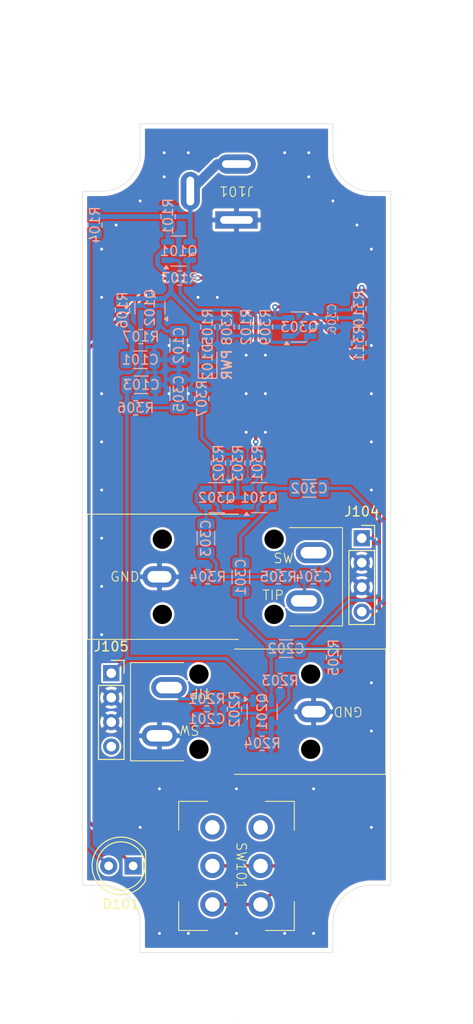
<source format=kicad_pcb>
(kicad_pcb (version 20241229) (generator "pcbnew") (generator_version "9.0")
  (layers (0 "F.Cu" jumper) (2 "B.Cu" signal) (13 "F.Paste" user) (15 "B.Paste" user) (5 "F.SilkS" user "F.Silkscreen") (7 "B.SilkS" user "B.Silkscreen") (1 "F.Mask" user) (3 "B.Mask" user) (25 "Edge.Cuts" user))
  (property "TOPLEVEL" "${KIPRJMOD}/../../")
  (net 0 "")
  (net 1 "VIN")
  (net 2 "GND")
  (net 3 "IN^{EFF}")
  (net 4 "IN^{CONN}")
  (net 5 "OUT^{CONN}")
  (net 6 "PWRIN")
  (net 7 "Net-(C101-Pad1)")
  (net 8 "Net-(Q301A-D)")
  (net 9 "Net-(Q201A-G)")
  (net 10 "Net-(C303-Pad2)")
  (net 11 "OUT^{EFF}")
  (net 13 "BUFFERED")
  (net 14 "+VA")
  (net 15 "Net-(Q201B-D)")
  (net 16 "Net-(Q201B-S)")
  (net 17 "VBIAS")
  (net 18 "Net-(Q302A-D)")
  (net 19 "Net-(Q301B-D)")
  (net 20 "ON_LOW")
  (net 21 "Net-(Q101B-G)")
  (net 22 "Net-(Q101A-G)")
  (net 23 "GATE")
  (net 24 "Net-(Q301A-S)")
  (net 25 "Net-(Q301B-S)")
  (net 26 "ON_OFF")
  (net 28 "Net-(D101-A)")
  (net 30 "Net-(Q102-B)")
  (net 31 "SW2")
  (net 32 "Net-(Q303A-G)")
  (net 33 "SW1")
  (net 35 "Net-(D102-A)")
  (footprint "Mylib:CK-6.35" (layer "F.Cu") (at 92 104)
    (property "Reference" "J103" (hide yes))
    (property "Value" "AudioJack2_Ground" (hide yes))
    (fp_text user "TIP" (at 13 2.5 0) (layer "F.SilkS") (effects (font (thickness 0.1)) (justify right bottom)))
    (fp_text user "SW" (at 14 -2.5 0) (layer "F.SilkS") (effects (font (thickness 0.1)) (justify right top)))
    (fp_text user "GND" (at -2 0 0) (layer "F.SilkS") (effects (font (thickness 0.1)) (justify right)))
    (pad "" np_thru_hole circle (at 0.3 -3.9) (size 2.54 2.54) (drill 2) (layers "*.Mask"))
    (pad "" np_thru_hole circle (at 0.3 3.9) (size 2.54 2.54) (drill 2) (layers "*.Mask"))
    (pad "" np_thru_hole circle (at 11.9 -3.9) (size 2.54 2.54) (drill 2) (layers "*.Mask"))
    (pad "" np_thru_hole circle (at 11.9 3.9) (size 2.54 2.54) (drill 2) (layers "*.Mask"))
    (pad "G" thru_hole oval (at 0 0) (size 3.5 2.2) (drill oval 2.5 1.2) (layers "*.Cu" "*.Mask") (net 2 "GND"))
    (pad "S" thru_hole oval (at 16 -2.5) (size 3.7 2.2) (drill oval 2.7 1.2) (layers "*.Cu" "*.Mask"))
    (pad "T" thru_hole oval (at 15 2.5) (size 3.7 2.2) (drill oval 2.7 1.2) (layers "*.Cu" "*.Mask") (net 5 "OUT^{CONN}"))
  )
  (footprint "Connector_PinSocket_2.54mm:PinSocket_1x04_P2.54mm_Vertical" (layer "F.Cu") (at 87 114)
    (property "Reference" "J105" (at 0 -2.77 0) (layer "F.SilkS"))
    (property "Value" "Conn_01x04_Pin")
    (pad "1" thru_hole rect (at 0 0) (size 1.7 1.7) (drill 1) (layers "*.Cu" "*.Mask") (net 14 "+VA"))
    (pad "2" thru_hole circle (at 0 2.54) (size 1.7 1.7) (drill 1) (layers "*.Cu" "*.Mask") (net 2 "GND"))
    (pad "3" thru_hole circle (at 0 5.08) (size 1.7 1.7) (drill 1) (layers "*.Cu" "*.Mask") (net 2 "GND"))
    (pad "4" thru_hole circle (at 0 7.62) (size 1.7 1.7) (drill 1) (layers "*.Cu" "*.Mask"))
  )
  (footprint "Connector_PinSocket_2.54mm:PinSocket_1x04_P2.54mm_Vertical" (layer "F.Cu") (at 113 100)
    (property "Reference" "J104" (at 0 -2.77 0) (layer "F.SilkS"))
    (property "Value" "Conn_01x04_Pin")
    (pad "1" thru_hole rect (at 0 0) (size 1.7 1.7) (drill 1) (layers "*.Cu" "*.Mask") (net 3 "IN^{EFF}"))
    (pad "2" thru_hole circle (at 0 2.54) (size 1.7 1.7) (drill 1) (layers "*.Cu" "*.Mask") (net 2 "GND"))
    (pad "3" thru_hole circle (at 0 5.08) (size 1.7 1.7) (drill 1) (layers "*.Cu" "*.Mask") (net 2 "GND"))
    (pad "4" thru_hole circle (at 0 7.62) (size 1.7 1.7) (drill 1) (layers "*.Cu" "*.Mask") (net 11 "OUT^{EFF}"))
  )
  (footprint "Mylib:Wurth WR-DC 2.1mm Power Jack" (layer "F.Cu") (at 100 67 180)
    (property "Reference" "J101" (at 0 3 180) (layer "F.SilkS") (effects (font (thickness 0.1))))
    (property "Value" "Barrel_Jack_Switch")
    (pad "1" thru_hole rect (at 0 0.025 180) (size 4.4 1.8) (drill oval 3.4 0.8) (layers "*.Cu" "*.Mask") (net 2 "GND"))
    (pad "2" thru_hole oval (at 0 5.825 180) (size 4 2) (drill oval 3 0.8) (layers "*.Cu" "*.Mask") (net 6 "PWRIN"))
    (pad "3" thru_hole oval (at 4.8 3.025 180) (size 2 4) (drill oval 0.8 3) (layers "*.Cu" "*.Mask") (net 6 "PWRIN"))
  )
  (footprint "Mylib:FS5700DPMT2B2M2QE" (layer "F.Cu") (at 100 134 -90)
    (property "Reference" "SW101" (at 0 -0.5 270) (layer "F.SilkS") (effects (font (thickness 0.1))))
    (property "Value" "Stomp Switch")
    (pad "1" thru_hole circle (at -4 -2.5 270) (size 2.54 2.54) (drill 1.5) (layers "*.Cu" "*.Mask"))
    (pad "2" thru_hole circle (at 0 -2.5 270) (size 2.54 2.54) (drill 1.5) (layers "*.Cu" "*.Mask") (net 33 "SW1"))
    (pad "3" thru_hole circle (at 4 -2.5 270) (size 2.54 2.54) (drill 1.5) (layers "*.Cu" "*.Mask") (net 31 "SW2"))
    (pad "4" thru_hole circle (at -4 2.5 270) (size 2.54 2.54) (drill 1.5) (layers "*.Cu" "*.Mask"))
    (pad "5" thru_hole circle (at 0 2.5 270) (size 2.54 2.54) (drill 1.5) (layers "*.Cu" "*.Mask") (net 33 "SW1"))
    (pad "6" thru_hole circle (at 4 2.5 270) (size 2.54 2.54) (drill 1.5) (layers "*.Cu" "*.Mask") (net 31 "SW2"))
  )
  (footprint "Mylib:1590A" (layer "F.Cu") (at 100 100)
    (property "Reference" "Box101" (hide yes))
    (property "Value" "1590A")
  )
  (footprint "Mylib:CK-6.35" (layer "F.Cu") (at 108 118 180)
    (property "Reference" "J102" (hide yes))
    (property "Value" "AudioJack2_Ground" (hide yes))
    (fp_text user "GND" (at -2 0 180) (layer "F.SilkS") (effects (font (thickness 0.1)) (justify right)))
    (fp_text user "TIP" (at 13 2.5 180) (layer "F.SilkS") (effects (font (thickness 0.1)) (justify right bottom)))
    (fp_text user "SW" (at 14 -2.5 180) (layer "F.SilkS") (effects (font (thickness 0.1)) (justify right top)))
    (pad "" np_thru_hole circle (at 0.3 -3.9 180) (size 2.54 2.54) (drill 2) (layers "*.Mask"))
    (pad "" np_thru_hole circle (at 0.3 3.9 180) (size 2.54 2.54) (drill 2) (layers "*.Mask"))
    (pad "" np_thru_hole circle (at 11.9 -3.9 180) (size 2.54 2.54) (drill 2) (layers "*.Mask"))
    (pad "" np_thru_hole circle (at 11.9 3.9 180) (size 2.54 2.54) (drill 2) (layers "*.Mask"))
    (pad "G" thru_hole oval (at 0 0 180) (size 3.5 2.2) (drill oval 2.5 1.2) (layers "*.Cu" "*.Mask") (net 2 "GND"))
    (pad "S" thru_hole oval (at 16 -2.5 180) (size 3.7 2.2) (drill oval 2.7 1.2) (layers "*.Cu" "*.Mask") (net 2 "GND"))
    (pad "T" thru_hole oval (at 15 2.5 180) (size 3.7 2.2) (drill oval 2.7 1.2) (layers "*.Cu" "*.Mask") (net 4 "IN^{CONN}"))
  )
  (footprint "LED_THT:LED_D5.0mm" (layer "F.Cu") (at 89.27 134 180)
    (property "Reference" "D101" (at 1.27 -3.96 0) (layer "F.SilkS"))
    (property "Value" "LED")
    (pad "1" thru_hole rect (at 0 0 180) (size 1.8 1.8) (drill 0.9) (layers "*.Cu" "*.Mask") (net 20 "ON_LOW"))
    (pad "2" thru_hole circle (at 2.54 0 180) (size 1.8 1.8) (drill 0.9) (layers "*.Cu" "*.Mask") (net 28 "Net-(D101-A)"))
  )
  (footprint "Package_TO_SOT_SMD:SOT-23-6" (layer "B.Cu") (at 102.66 118 -90)
    (property "Reference" "Q201" (at 0 0 90) (layer "B.SilkS") (effects (justify mirror)))
    (property "Value" "LS844")
    (pad "1" smd roundrect (at -1.1375 0.95 270) (size 1.325 0.6) (layers "B.Cu" "B.Mask" "B.Paste") (net 9 "Net-(Q201A-G)"))
    (pad "2" smd roundrect (at -1.1375 0 270) (size 1.325 0.6) (layers "B.Cu" "B.Mask" "B.Paste") (net 14 "+VA"))
    (pad "3" smd roundrect (at -1.1375 -0.95 270) (size 1.325 0.6) (layers "B.Cu" "B.Mask" "B.Paste") (net 13 "BUFFERED"))
    (pad "4" smd roundrect (at 1.1375 -0.95 270) (size 1.325 0.6) (layers "B.Cu" "B.Mask" "B.Paste") (net 2 "GND"))
    (pad "5" smd roundrect (at 1.1375 0 270) (size 1.325 0.6) (layers "B.Cu" "B.Mask" "B.Paste") (net 15 "Net-(Q201B-D)"))
    (pad "6" smd roundrect (at 1.1375 0.95 270) (size 1.325 0.6) (layers "B.Cu" "B.Mask" "B.Paste") (net 16 "Net-(Q201B-S)"))
  )
  (footprint "Resistor_SMD:R_0805_2012Metric" (layer "B.Cu") (at 90.06 79.08)
    (property "Reference" "R107" (at 0 0 0) (layer "B.SilkS") (effects (justify mirror)))
    (property "Value" "2k2")
    (pad "1" smd roundrect (at -0.9125 0) (size 1.025 1.4) (layers "B.Cu" "B.Mask" "B.Paste") (roundrect_rratio 0.243902) (net 7 "Net-(C101-Pad1)"))
    (pad "2" smd roundrect (at 0.9125 0) (size 1.025 1.4) (layers "B.Cu" "B.Mask" "B.Paste") (roundrect_rratio 0.243902) (net 30 "Net-(Q102-B)"))
  )
  (footprint "Resistor_SMD:R_0805_2012Metric" (layer "B.Cu") (at 102.67 121.28)
    (property "Reference" "R204" (at 0 0 0) (layer "B.SilkS") (effects (justify mirror)))
    (property "Value" "1k5")
    (pad "1" smd roundrect (at -0.9125 0) (size 1.025 1.4) (layers "B.Cu" "B.Mask" "B.Paste") (roundrect_rratio 0.243902) (net 16 "Net-(Q201B-S)"))
    (pad "2" smd roundrect (at 0.9125 0) (size 1.025 1.4) (layers "B.Cu" "B.Mask" "B.Paste") (roundrect_rratio 0.243902) (net 2 "GND"))
  )
  (footprint "Package_TO_SOT_SMD:TSOT-23-6" (layer "B.Cu") (at 94 70.2)
    (property "Reference" "Q101" (at 0 0 0) (layer "B.SilkS") (effects (justify mirror)))
    (property "Value" "DMC3071LVT")
    (pad "1" smd roundrect (at -1.1375 0.95) (size 1.325 0.6) (layers "B.Cu" "B.Mask" "B.Paste") (net 22 "Net-(Q101A-G)"))
    (pad "2" smd roundrect (at -1.1375 0) (size 1.325 0.6) (layers "B.Cu" "B.Mask" "B.Paste") (net 1 "VIN"))
    (pad "3" smd roundrect (at -1.1375 -0.95) (size 1.325 0.6) (layers "B.Cu" "B.Mask" "B.Paste") (net 21 "Net-(Q101B-G)"))
    (pad "4" smd roundrect (at 1.1375 -0.95) (size 1.325 0.6) (layers "B.Cu" "B.Mask" "B.Paste") (net 6 "PWRIN"))
    (pad "5" smd roundrect (at 1.1375 0) (size 1.325 0.6) (layers "B.Cu" "B.Mask" "B.Paste") (net 2 "GND"))
    (pad "6" smd roundrect (at 1.1375 0.95) (size 1.325 0.6) (layers "B.Cu" "B.Mask" "B.Paste") (net 20 "ON_LOW"))
  )
  (footprint "Resistor_SMD:R_0805_2012Metric" (layer "B.Cu") (at 112.71 76.18 -90)
    (property "Reference" "R310" (at 0 0 90) (layer "B.SilkS") (effects (justify mirror)))
    (property "Value" "1MEG")
    (pad "1" smd roundrect (at -0.9125 0 270) (size 1.025 1.4) (layers "B.Cu" "B.Mask" "B.Paste") (roundrect_rratio 0.243902) (net 31 "SW2"))
    (pad "2" smd roundrect (at 0.9125 0 270) (size 1.025 1.4) (layers "B.Cu" "B.Mask" "B.Paste") (roundrect_rratio 0.243902) (net 32 "Net-(Q303A-G)"))
  )
  (footprint "Resistor_SMD:R_0805_2012Metric" (layer "B.Cu") (at 85.3 67.5 -90)
    (property "Reference" "R104" (at 0 0 90) (layer "B.SilkS") (effects (justify mirror)))
    (property "Value" "2k2")
    (pad "1" smd roundrect (at -0.9125 0 270) (size 1.025 1.4) (layers "B.Cu" "B.Mask" "B.Paste") (roundrect_rratio 0.243902) (net 6 "PWRIN"))
    (pad "2" smd roundrect (at 0.9125 0 270) (size 1.025 1.4) (layers "B.Cu" "B.Mask" "B.Paste") (roundrect_rratio 0.243902) (net 28 "Net-(D101-A)"))
  )
  (footprint "Capacitor_SMD:C_1206_3216Metric" (layer "B.Cu") (at 96.82 99.99 -90)
    (property "Reference" "C303" (at 0 0 90) (layer "B.SilkS") (effects (justify mirror)))
    (property "Value" "1uF")
    (pad "1" smd roundrect (at -1.475 0 270) (size 1.15 1.8) (layers "B.Cu" "B.Mask" "B.Paste") (roundrect_rratio 0.217391) (net 18 "Net-(Q302A-D)"))
    (pad "2" smd roundrect (at 1.475 0 270) (size 1.15 1.8) (layers "B.Cu" "B.Mask" "B.Paste") (roundrect_rratio 0.217391) (net 10 "Net-(C303-Pad2)"))
  )
  (footprint "Package_TO_SOT_SMD:SOT-23" (layer "B.Cu") (at 91.01 76.08 90)
    (property "Reference" "Q102" (at 0 0 90) (layer "B.SilkS") (effects (justify mirror)))
    (property "Value" "BC846")
    (pad "1" smd roundrect (at -0.9375 0.95 90) (size 1.475 0.6) (layers "B.Cu" "B.Mask" "B.Paste") (net 30 "Net-(Q102-B)"))
    (pad "2" smd roundrect (at -0.9375 -0.95 90) (size 1.475 0.6) (layers "B.Cu" "B.Mask" "B.Paste") (net 14 "+VA"))
    (pad "3" smd roundrect (at 0.9375 0 90) (size 1.475 0.6) (layers "B.Cu" "B.Mask" "B.Paste") (net 1 "VIN"))
  )
  (footprint "Capacitor_SMD:C_1206_3216Metric" (layer "B.Cu") (at 90.01 81.48)
    (property "Reference" "C101" (at 0 0 0) (layer "B.SilkS") (effects (justify mirror)))
    (property "Value" "10uF")
    (pad "1" smd roundrect (at -1.475 0) (size 1.15 1.8) (layers "B.Cu" "B.Mask" "B.Paste") (roundrect_rratio 0.217391) (net 7 "Net-(C101-Pad1)"))
    (pad "2" smd roundrect (at 1.475 0) (size 1.15 1.8) (layers "B.Cu" "B.Mask" "B.Paste") (roundrect_rratio 0.217391) (net 2 "GND"))
  )
  (footprint "Resistor_SMD:R_0805_2012Metric" (layer "B.Cu") (at 104.52 114.77)
    (property "Reference" "R203" (at 0 0 0) (layer "B.SilkS") (effects (justify mirror)))
    (property "Value" "1k5")
    (pad "1" smd roundrect (at -0.9125 0) (size 1.025 1.4) (layers "B.Cu" "B.Mask" "B.Paste") (roundrect_rratio 0.243902) (net 13 "BUFFERED"))
    (pad "2" smd roundrect (at 0.9125 0) (size 1.025 1.4) (layers "B.Cu" "B.Mask" "B.Paste") (roundrect_rratio 0.243902) (net 15 "Net-(Q201B-D)"))
  )
  (footprint "Resistor_SMD:R_0805_2012Metric" (layer "B.Cu") (at 104.34 104)
    (property "Reference" "R305" (at 0 0 0) (layer "B.SilkS") (effects (justify mirror)))
    (property "Value" "2k2")
    (pad "1" smd roundrect (at -0.9125 0) (size 1.025 1.4) (layers "B.Cu" "B.Mask" "B.Paste") (roundrect_rratio 0.243902) (net 10 "Net-(C303-Pad2)"))
    (pad "2" smd roundrect (at 0.9125 0) (size 1.025 1.4) (layers "B.Cu" "B.Mask" "B.Paste") (roundrect_rratio 0.243902) (net 5 "OUT^{CONN}"))
  )
  (footprint "Capacitor_SMD:C_0805_2012Metric" (layer "B.Cu") (at 96.91 118.75 180)
    (property "Reference" "C201" (at 0 0 0) (layer "B.SilkS") (effects (justify mirror)))
    (property "Value" "150pF")
    (pad "1" smd roundrect (at -0.95 0 180) (size 1 1.45) (layers "B.Cu" "B.Mask" "B.Paste") (net 9 "Net-(Q201A-G)"))
    (pad "2" smd roundrect (at 0.95 0 180) (size 1 1.45) (layers "B.Cu" "B.Mask" "B.Paste") (net 2 "GND"))
  )
  (footprint "Resistor_SMD:R_0805_2012Metric" (layer "B.Cu") (at 99.01 78.08 90)
    (property "Reference" "R308" (at 0 0 90) (layer "B.SilkS") (effects (justify mirror)))
    (property "Value" "22k")
    (pad "1" smd roundrect (at -0.9125 0 90) (size 1.025 1.4) (layers "B.Cu" "B.Mask" "B.Paste") (roundrect_rratio 0.243902) (net 26 "ON_OFF"))
    (pad "2" smd roundrect (at 0.9125 0 90) (size 1.025 1.4) (layers "B.Cu" "B.Mask" "B.Paste") (roundrect_rratio 0.243902) (net 1 "VIN"))
  )
  (footprint "Resistor_SMD:R_0805_2012Metric" (layer "B.Cu") (at 99.79 117.72 -90)
    (property "Reference" "R202" (at 0 0 90) (layer "B.SilkS") (effects (justify mirror)))
    (property "Value" "1MEG")
    (pad "1" smd roundrect (at -0.9125 0 270) (size 1.025 1.4) (layers "B.Cu" "B.Mask" "B.Paste") (roundrect_rratio 0.243902) (net 9 "Net-(Q201A-G)"))
    (pad "2" smd roundrect (at 0.9125 0 270) (size 1.025 1.4) (layers "B.Cu" "B.Mask" "B.Paste") (roundrect_rratio 0.243902) (net 15 "Net-(Q201B-D)"))
  )
  (footprint "Resistor_SMD:R_0805_2012Metric" (layer "B.Cu") (at 92.9 66.63 90)
    (property "Reference" "R101" (at 0 0 90) (layer "B.SilkS") (effects (justify mirror)))
    (property "Value" "100k")
    (pad "1" smd roundrect (at -0.9125 0 90) (size 1.025 1.4) (layers "B.Cu" "B.Mask" "B.Paste") (roundrect_rratio 0.243902) (net 21 "Net-(Q101B-G)"))
    (pad "2" smd roundrect (at 0.9125 0 90) (size 1.025 1.4) (layers "B.Cu" "B.Mask" "B.Paste") (roundrect_rratio 0.243902) (net 2 "GND"))
  )
  (footprint "Resistor_SMD:R_0805_2012Metric" (layer "B.Cu") (at 88.16 76.33 -90)
    (property "Reference" "R106" (at 0 0 90) (layer "B.SilkS") (effects (justify mirror)))
    (property "Value" "2k2")
    (pad "1" smd roundrect (at -0.9125 0 270) (size 1.025 1.4) (layers "B.Cu" "B.Mask" "B.Paste") (roundrect_rratio 0.243902) (net 1 "VIN"))
    (pad "2" smd roundrect (at 0.9125 0 270) (size 1.025 1.4) (layers "B.Cu" "B.Mask" "B.Paste") (roundrect_rratio 0.243902) (net 7 "Net-(C101-Pad1)"))
  )
  (footprint "Resistor_SMD:R_0805_2012Metric" (layer "B.Cu") (at 102.16 92.19 -90)
    (property "Reference" "R301" (at 0 0 90) (layer "B.SilkS") (effects (justify mirror)))
    (property "Value" "10MEG")
    (pad "1" smd roundrect (at -0.9125 0 270) (size 1.025 1.4) (layers "B.Cu" "B.Mask" "B.Paste") (roundrect_rratio 0.243902) (net 20 "ON_LOW"))
    (pad "2" smd roundrect (at 0.9125 0 270) (size 1.025 1.4) (layers "B.Cu" "B.Mask" "B.Paste") (roundrect_rratio 0.243902) (net 23 "GATE"))
  )
  (footprint "Capacitor_SMD:C_0805_2012Metric" (layer "B.Cu") (at 108 104)
    (property "Reference" "C304" (at 0 0 0) (layer "B.SilkS") (effects (justify mirror)))
    (property "Value" "220pF")
    (pad "1" smd roundrect (at -0.95 0) (size 1 1.45) (layers "B.Cu" "B.Mask" "B.Paste") (net 5 "OUT^{CONN}"))
    (pad "2" smd roundrect (at 0.95 0) (size 1 1.45) (layers "B.Cu" "B.Mask" "B.Paste") (net 2 "GND"))
  )
  (footprint "Resistor_SMD:R_0805_2012Metric" (layer "B.Cu") (at 97 104)
    (property "Reference" "R304" (at 0 0 0) (layer "B.SilkS") (effects (justify mirror)))
    (property "Value" "1MEG")
    (pad "1" smd roundrect (at -0.9125 0) (size 1.025 1.4) (layers "B.Cu" "B.Mask" "B.Paste") (roundrect_rratio 0.243902) (net 2 "GND"))
    (pad "2" smd roundrect (at 0.9125 0) (size 1.025 1.4) (layers "B.Cu" "B.Mask" "B.Paste") (roundrect_rratio 0.243902) (net 10 "Net-(C303-Pad2)"))
  )
  (footprint "Capacitor_SMD:C_1206_3216Metric" (layer "B.Cu") (at 107.54 94.83 180)
    (property "Reference" "C302" (at 0 0 0) (layer "B.SilkS") (effects (justify mirror)))
    (property "Value" "1uF")
    (pad "1" smd roundrect (at -1.475 0 180) (size 1.15 1.8) (layers "B.Cu" "B.Mask" "B.Paste") (roundrect_rratio 0.217391) (net 11 "OUT^{EFF}"))
    (pad "2" smd roundrect (at 1.475 0 180) (size 1.15 1.8) (layers "B.Cu" "B.Mask" "B.Paste") (roundrect_rratio 0.217391) (net 19 "Net-(Q301B-D)"))
  )
  (footprint "Resistor_SMD:R_0805_2012Metric" (layer "B.Cu") (at 98.13 92.19 90)
    (property "Reference" "R302" (at 0 0 90) (layer "B.SilkS") (effects (justify mirror)))
    (property "Value" "1MEG")
    (pad "1" smd roundrect (at -0.9125 0 90) (size 1.025 1.4) (layers "B.Cu" "B.Mask" "B.Paste") (roundrect_rratio 0.243902) (net 24 "Net-(Q301A-S)"))
    (pad "2" smd roundrect (at 0.9125 0 90) (size 1.025 1.4) (layers "B.Cu" "B.Mask" "B.Paste") (roundrect_rratio 0.243902) (net 17 "VBIAS"))
  )
  (footprint "Capacitor_SMD:C_1206_3216Metric" (layer "B.Cu") (at 90.11 84.08)
    (property "Reference" "C103" (at 0 0 0) (layer "B.SilkS") (effects (justify mirror)))
    (property "Value" "10uF")
    (pad "1" smd roundrect (at -1.475 0) (size 1.15 1.8) (layers "B.Cu" "B.Mask" "B.Paste") (roundrect_rratio 0.217391) (net 14 "+VA"))
    (pad "2" smd roundrect (at 1.475 0) (size 1.15 1.8) (layers "B.Cu" "B.Mask" "B.Paste") (roundrect_rratio 0.217391) (net 2 "GND"))
  )
  (footprint "Package_TO_SOT_SMD:TSOT-23-6" (layer "B.Cu") (at 102.3475 95.79)
    (property "Reference" "Q301" (at 0 0 0) (layer "B.SilkS") (effects (justify mirror)))
    (property "Value" "DMC3071LVT")
    (pad "1" smd roundrect (at -1.1375 0.95) (size 1.325 0.6) (layers "B.Cu" "B.Mask" "B.Paste") (net 23 "GATE"))
    (pad "2" smd roundrect (at -1.1375 0) (size 1.325 0.6) (layers "B.Cu" "B.Mask" "B.Paste") (net 25 "Net-(Q301B-S)"))
    (pad "3" smd roundrect (at -1.1375 -0.95) (size 1.325 0.6) (layers "B.Cu" "B.Mask" "B.Paste") (net 23 "GATE"))
    (pad "4" smd roundrect (at 1.1375 -0.95) (size 1.325 0.6) (layers "B.Cu" "B.Mask" "B.Paste") (net 19 "Net-(Q301B-D)"))
    (pad "5" smd roundrect (at 1.1375 0) (size 1.325 0.6) (layers "B.Cu" "B.Mask" "B.Paste") (net 24 "Net-(Q301A-S)"))
    (pad "6" smd roundrect (at 1.1375 0.95) (size 1.325 0.6) (layers "B.Cu" "B.Mask" "B.Paste") (net 8 "Net-(Q301A-D)"))
  )
  (footprint "Package_TO_SOT_SMD:TSOT-23-6" (layer "B.Cu") (at 106.51 78.08)
    (property "Reference" "Q303" (at 0 0 0) (layer "B.SilkS") (effects (justify mirror)))
    (property "Value" "DMC3071LVT")
    (pad "1" smd roundrect (at -1.1375 0.95) (size 1.325 0.6) (layers "B.Cu" "B.Mask" "B.Paste") (net 32 "Net-(Q303A-G)"))
    (pad "2" smd roundrect (at -1.1375 0) (size 1.325 0.6) (layers "B.Cu" "B.Mask" "B.Paste") (net 1 "VIN"))
    (pad "3" smd roundrect (at -1.1375 -0.95) (size 1.325 0.6) (layers "B.Cu" "B.Mask" "B.Paste") (net 33 "SW1"))
    (pad "4" smd roundrect (at 1.1375 -0.95) (size 1.325 0.6) (layers "B.Cu" "B.Mask" "B.Paste") (net 32 "Net-(Q303A-G)"))
    (pad "5" smd roundrect (at 1.1375 0) (size 1.325 0.6) (layers "B.Cu" "B.Mask" "B.Paste") (net 2 "GND"))
    (pad "6" smd roundrect (at 1.1375 0.95) (size 1.325 0.6) (layers "B.Cu" "B.Mask" "B.Paste") (net 26 "ON_OFF"))
  )
  (footprint "Package_TO_SOT_SMD:TSOT-23-6" (layer "B.Cu") (at 97.9475 95.79 180)
    (property "Reference" "Q302" (at 0 0 0) (layer "B.SilkS") (effects (justify mirror)))
    (property "Value" "DMC3071LVT")
    (pad "1" smd roundrect (at -1.1375 0.95 180) (size 1.325 0.6) (layers "B.Cu" "B.Mask" "B.Paste") (net 23 "GATE"))
    (pad "2" smd roundrect (at -1.1375 0 180) (size 1.325 0.6) (layers "B.Cu" "B.Mask" "B.Paste") (net 25 "Net-(Q301B-S)"))
    (pad "3" smd roundrect (at -1.1375 -0.95 180) (size 1.325 0.6) (layers "B.Cu" "B.Mask" "B.Paste") (net 23 "GATE"))
    (pad "4" smd roundrect (at 1.1375 -0.95 180) (size 1.325 0.6) (layers "B.Cu" "B.Mask" "B.Paste") (net 18 "Net-(Q302A-D)"))
    (pad "5" smd roundrect (at 1.1375 0 180) (size 1.325 0.6) (layers "B.Cu" "B.Mask" "B.Paste") (net 24 "Net-(Q301A-S)"))
    (pad "6" smd roundrect (at 1.1375 0.95 180) (size 1.325 0.6) (layers "B.Cu" "B.Mask" "B.Paste") (net 18 "Net-(Q302A-D)"))
  )
  (footprint "Resistor_SMD:R_0805_2012Metric" (layer "B.Cu") (at 89.53 86.47 180)
    (property "Reference" "R306" (at 0 0 0) (layer "B.SilkS") (effects (justify mirror)))
    (property "Value" "4k7")
    (pad "1" smd roundrect (at -0.9125 0 180) (size 1.025 1.4) (layers "B.Cu" "B.Mask" "B.Paste") (roundrect_rratio 0.243902) (net 17 "VBIAS"))
    (pad "2" smd roundrect (at 0.9125 0 180) (size 1.025 1.4) (layers "B.Cu" "B.Mask" "B.Paste") (roundrect_rratio 0.243902) (net 14 "+VA"))
  )
  (footprint "LED_SMD:LED_0805_2012Metric" (layer "B.Cu") (at 97 81.7 90)
    (property "Reference" "D102" (at 0 0 90) (layer "B.SilkS") (effects (justify mirror)))
    (property "Value" "LED")
    (pad "1" smd roundrect (at -0.9375 0 90) (size 0.975 1.4) (layers "B.Cu" "B.Mask" "B.Paste") (net 2 "GND"))
    (pad "2" smd roundrect (at 0.9375 0 90) (size 0.975 1.4) (layers "B.Cu" "B.Mask" "B.Paste") (net 35 "Net-(D102-A)"))
  )
  (footprint "Mylib:C_0704_1810Metric" (layer "B.Cu") (at 109.91 77.18 -90)
    (property "Reference" "C306" (at 0 0 90) (layer "B.SilkS") (effects (font (size 0.8 0.8) (thickness 0.1)) (justify mirror)))
    (property "Value" "0.1uF")
    (pad "1" smd roundrect (at -0.875 0 270) (size 0.9 1.25) (layers "B.Cu" "B.Mask" "B.Paste") (roundrect_rratio 0.2) (net 31 "SW2"))
    (pad "2" smd roundrect (at 0.875 0 270) (size 0.9 1.25) (layers "B.Cu" "B.Mask" "B.Paste") (roundrect_rratio 0.2) (net 2 "GND"))
  )
  (footprint "Capacitor_SMD:C_1206_3216Metric" (layer "B.Cu") (at 94 80 -90)
    (property "Reference" "C102" (at 0 0 90) (layer "B.SilkS") (effects (justify mirror)))
    (property "Value" "10uF")
    (pad "1" smd roundrect (at -1.475 0 270) (size 1.15 1.8) (layers "B.Cu" "B.Mask" "B.Paste") (roundrect_rratio 0.217391) (net 30 "Net-(Q102-B)"))
    (pad "2" smd roundrect (at 1.475 0 270) (size 1.15 1.8) (layers "B.Cu" "B.Mask" "B.Paste") (roundrect_rratio 0.217391) (net 2 "GND"))
  )
  (footprint "Resistor_SMD:R_0805_2012Metric" (layer "B.Cu") (at 110.07 112.37 -90)
    (property "Reference" "R205" (at 0 0 90) (layer "B.SilkS") (effects (justify mirror)))
    (property "Value" "1MEG")
    (pad "1" smd roundrect (at -0.9125 0 270) (size 1.025 1.4) (layers "B.Cu" "B.Mask" "B.Paste") (roundrect_rratio 0.243902) (net 3 "IN^{EFF}"))
    (pad "2" smd roundrect (at 0.9125 0 270) (size 1.025 1.4) (layers "B.Cu" "B.Mask" "B.Paste") (roundrect_rratio 0.243902) (net 2 "GND"))
  )
  (footprint "Resistor_SMD:R_0805_2012Metric" (layer "B.Cu") (at 103.01 78.08 90)
    (property "Reference" "R309" (at 0 0 90) (layer "B.SilkS") (effects (justify mirror)))
    (property "Value" "22k")
    (pad "1" smd roundrect (at -0.9125 0 90) (size 1.025 1.4) (layers "B.Cu" "B.Mask" "B.Paste") (roundrect_rratio 0.243902) (net 26 "ON_OFF"))
    (pad "2" smd roundrect (at 0.9125 0 90) (size 1.025 1.4) (layers "B.Cu" "B.Mask" "B.Paste") (roundrect_rratio 0.243902) (net 33 "SW1"))
  )
  (footprint "Resistor_SMD:R_0805_2012Metric" (layer "B.Cu") (at 100.14 92.2 -90)
    (property "Reference" "R303" (at 0 0 90) (layer "B.SilkS") (effects (justify mirror)))
    (property "Value" "1MEG")
    (pad "1" smd roundrect (at -0.9125 0 270) (size 1.025 1.4) (layers "B.Cu" "B.Mask" "B.Paste") (roundrect_rratio 0.243902) (net 17 "VBIAS"))
    (pad "2" smd roundrect (at 0.9125 0 270) (size 1.025 1.4) (layers "B.Cu" "B.Mask" "B.Paste") (roundrect_rratio 0.243902) (net 25 "Net-(Q301B-S)"))
  )
  (footprint "Capacitor_SMD:C_1206_3216Metric" (layer "B.Cu") (at 105.15 111.45)
    (property "Reference" "C202" (at 0 0 0) (layer "B.SilkS") (effects (justify mirror)))
    (property "Value" "4.7uF")
    (pad "1" smd roundrect (at -1.475 0) (size 1.15 1.8) (layers "B.Cu" "B.Mask" "B.Paste") (roundrect_rratio 0.217391) (net 13 "BUFFERED"))
    (pad "2" smd roundrect (at 1.475 0) (size 1.15 1.8) (layers "B.Cu" "B.Mask" "B.Paste") (roundrect_rratio 0.217391) (net 3 "IN^{EFF}"))
  )
  (footprint "Resistor_SMD:R_0805_2012Metric" (layer "B.Cu") (at 96.4 85.5 -90)
    (property "Reference" "R307" (at 0 0 90) (layer "B.SilkS") (effects (justify mirror)))
    (property "Value" "4k7")
    (pad "1" smd roundrect (at -0.9125 0 270) (size 1.025 1.4) (layers "B.Cu" "B.Mask" "B.Paste") (roundrect_rratio 0.243902) (net 2 "GND"))
    (pad "2" smd roundrect (at 0.9125 0 270) (size 1.025 1.4) (layers "B.Cu" "B.Mask" "B.Paste") (roundrect_rratio 0.243902) (net 17 "VBIAS"))
  )
  (footprint "Resistor_SMD:R_0805_2012Metric" (layer "B.Cu") (at 94.1 73)
    (property "Reference" "R103" (at 0 0 0) (layer "B.SilkS") (effects (justify mirror)))
    (property "Value" "100k")
    (pad "1" smd roundrect (at -0.9125 0) (size 1.025 1.4) (layers "B.Cu" "B.Mask" "B.Paste") (roundrect_rratio 0.243902) (net 1 "VIN"))
    (pad "2" smd roundrect (at 0.9125 0) (size 1.025 1.4) (layers "B.Cu" "B.Mask" "B.Paste") (roundrect_rratio 0.243902) (net 20 "ON_LOW"))
  )
  (footprint "Resistor_SMD:R_0805_2012Metric" (layer "B.Cu") (at 96.91 116.67)
    (property "Reference" "R201" (at 0 0 0) (layer "B.SilkS") (effects (justify mirror)))
    (property "Value" "1k")
    (pad "1" smd roundrect (at -0.9125 0) (size 1.025 1.4) (layers "B.Cu" "B.Mask" "B.Paste") (roundrect_rratio 0.243902) (net 4 "IN^{CONN}"))
    (pad "2" smd roundrect (at 0.9125 0) (size 1.025 1.4) (layers "B.Cu" "B.Mask" "B.Paste") (roundrect_rratio 0.243902) (net 9 "Net-(Q201A-G)"))
  )
  (footprint "Capacitor_SMD:C_1206_3216Metric" (layer "B.Cu") (at 100.45 104.03 90)
    (property "Reference" "C301" (at 0 0 90) (layer "B.SilkS") (effects (justify mirror)))
    (property "Value" "1uF")
    (pad "1" smd roundrect (at -1.475 0 90) (size 1.15 1.8) (layers "B.Cu" "B.Mask" "B.Paste") (roundrect_rratio 0.217391) (net 13 "BUFFERED"))
    (pad "2" smd roundrect (at 1.475 0 90) (size 1.15 1.8) (layers "B.Cu" "B.Mask" "B.Paste") (roundrect_rratio 0.217391) (net 8 "Net-(Q301A-D)"))
  )
  (footprint "Resistor_SMD:R_0805_2012Metric" (layer "B.Cu") (at 112.71 79.78 90)
    (property "Reference" "R311" (at 0 0 90) (layer "B.SilkS") (effects (justify mirror)))
    (property "Value" "22k")
    (pad "1" smd roundrect (at -0.9125 0 90) (size 1.025 1.4) (layers "B.Cu" "B.Mask" "B.Paste") (roundrect_rratio 0.243902) (net 2 "GND"))
    (pad "2" smd roundrect (at 0.9125 0 90) (size 1.025 1.4) (layers "B.Cu" "B.Mask" "B.Paste") (roundrect_rratio 0.243902) (net 32 "Net-(Q303A-G)"))
  )
  (footprint "Capacitor_SMD:C_1206_3216Metric" (layer "B.Cu") (at 94 85 -90)
    (property "Reference" "C305" (at 0 0 90) (layer "B.SilkS") (effects (justify mirror)))
    (property "Value" "10uF")
    (pad "1" smd roundrect (at -1.475 0 270) (size 1.15 1.8) (layers "B.Cu" "B.Mask" "B.Paste") (roundrect_rratio 0.217391) (net 2 "GND"))
    (pad "2" smd roundrect (at 1.475 0 270) (size 1.15 1.8) (layers "B.Cu" "B.Mask" "B.Paste") (roundrect_rratio 0.217391) (net 17 "VBIAS"))
  )
  (footprint "Resistor_SMD:R_0805_2012Metric" (layer "B.Cu") (at 97.01 78.08 -90)
    (property "Reference" "R105" (at 0 0 90) (layer "B.SilkS") (effects (justify mirror)))
    (property "Value" "2k2")
    (pad "1" smd roundrect (at -0.9125 0 270) (size 1.025 1.4) (layers "B.Cu" "B.Mask" "B.Paste") (roundrect_rratio 0.243902) (net 1 "VIN"))
    (pad "2" smd roundrect (at 0.9125 0 270) (size 1.025 1.4) (layers "B.Cu" "B.Mask" "B.Paste") (roundrect_rratio 0.243902) (net 35 "Net-(D102-A)"))
  )
  (footprint "Resistor_SMD:R_0805_2012Metric" (layer "B.Cu") (at 101.01 78.08 90)
    (property "Reference" "R102" (at 0 0 90) (layer "B.SilkS") (effects (justify mirror)))
    (property "Value" "100k")
    (pad "1" smd roundrect (at -0.9125 0 90) (size 1.025 1.4) (layers "B.Cu" "B.Mask" "B.Paste") (roundrect_rratio 0.243902) (net 26 "ON_OFF"))
    (pad "2" smd roundrect (at 0.9125 0 90) (size 1.025 1.4) (layers "B.Cu" "B.Mask" "B.Paste") (roundrect_rratio 0.243902) (net 22 "Net-(Q101A-G)"))
  )
  (gr_line (start 110 143) (end 110 140) (stroke (width 0.05)) (layer "Edge.Cuts"))
  (gr_line (start 90 143) (end 110 143) (stroke (width 0.05)) (layer "Edge.Cuts"))
  (gr_line (start 84 64) (end 86 64) (stroke (width 0.05)) (layer "Edge.Cuts"))
  (gr_line (start 116 136) (end 114 136) (stroke (width 0.05)) (layer "Edge.Cuts"))
  (gr_line (start 90 57) (end 110 57) (stroke (width 0.05)) (layer "Edge.Cuts"))
  (gr_line (start 110 57) (end 110 60) (stroke (width 0.05)) (layer "Edge.Cuts"))
  (gr_line (start 90 57) (end 90 60) (stroke (width 0.05)) (layer "Edge.Cuts"))
  (gr_line (start 90 143) (end 90 140) (stroke (width 0.05)) (layer "Edge.Cuts"))
  (gr_arc (start 114 64) (mid 111.171573 62.828427) (end 110 60) (stroke (width 0.05)) (layer "Edge.Cuts"))
  (gr_arc (start 90 60) (mid 88.828427 62.828427) (end 86 64) (stroke (width 0.05)) (layer "Edge.Cuts"))
  (gr_arc (start 110 140) (mid 111.171573 137.171573) (end 114 136) (stroke (width 0.05)) (layer "Edge.Cuts"))
  (gr_line (start 84 136) (end 86 136) (stroke (width 0.05)) (layer "Edge.Cuts"))
  (gr_line (start 84 136) (end 84 64) (stroke (width 0.05)) (layer "Edge.Cuts"))
  (gr_line (start 116 64) (end 114 64) (stroke (width 0.05)) (layer "Edge.Cuts"))
  (gr_arc (start 86 136) (mid 88.828427 137.171573) (end 90 140) (stroke (width 0.05)) (layer "Edge.Cuts"))
  (gr_line (start 116 136) (end 116 64) (stroke (width 0.05)) (layer "Edge.Cuts"))
  (gr_text "PWR" (at 99 82 90) (layer "B.SilkS") (effects (font (size 1 1) (thickness 0.2) (bold yes)) (justify mirror)))
  (segment (start 92.366612 70.2) (end 91.799 70.767612) (width 0.5) (layer "B.Cu") (net 1))
  (segment (start 88.435 75.1425) (end 88.16 75.4175) (width 0.5) (layer "B.Cu") (net 1))
  (segment (start 93.1875 74.47) (end 93.1875 73) (width 0.5) (layer "B.Cu") (net 1))
  (segment (start 97.01 77.1675) (end 95.885 77.1675) (width 0.5) (layer "B.Cu") (net 1))
  (segment (start 91.799 71.6115) (end 93.1875 73) (width 0.5) (layer "B.Cu") (net 1))
  (segment (start 99.9225 78.08) (end 105.3725 78.08) (width 0.5) (layer "B.Cu") (net 1))
  (segment (start 99.01 77.1675) (end 97.01 77.1675) (width 0.5) (layer "B.Cu") (net 1))
  (segment (start 91.799 70.767612) (end 91.799 71.6115) (width 0.5) (layer "B.Cu") (net 1))
  (segment (start 91.01 75.1425) (end 92.515 75.1425) (width 0.5) (layer "B.Cu") (net 1))
  (segment (start 99.9225 78.08) (end 99.01 77.1675) (width 0.5) (layer "B.Cu") (net 1))
  (segment (start 95.885 77.1675) (end 93.1875 74.47) (width 0.5) (layer "B.Cu") (net 1))
  (segment (start 91.01 75.1425) (end 88.435 75.1425) (width 0.5) (layer "B.Cu") (net 1))
  (segment (start 92.515 75.1425) (end 93.1875 74.47) (width 0.5) (layer "B.Cu") (net 1))
  (segment (start 92.8625 70.2) (end 92.366612 70.2) (width 0.5) (layer "B.Cu") (net 1))
  (via (at 100 141) (size 0.6) (drill 0.3) (layers "F.Cu" "B.Cu") (net 2))
  (via (at 114 120) (size 0.6) (drill 0.3) (layers "F.Cu" "B.Cu") (net 2))
  (via (at 114 95) (size 0.6) (drill 0.3) (layers "F.Cu" "B.Cu") (net 2))
  (via (at 114 80) (size 0.6) (drill 0.3) (layers "F.Cu" "B.Cu") (net 2))
  (via (at 107.5 60) (size 0.6) (drill 0.3) (layers "F.Cu" "B.Cu") (net 2))
  (via (at 105 60) (size 0.6) (drill 0.3) (layers "F.Cu" "B.Cu") (net 2))
  (via (at 90 65) (size 0.6) (drill 0.3) (layers "F.Cu" "B.Cu") (net 2))
  (via (at 108 126) (size 0.6) (drill 0.3) (layers "F.Cu" "B.Cu") (net 2))
  (via (at 93 85) (size 0.6) (drill 0.3) (layers "F.Cu" "B.Cu") (net 2))
  (via (at 101 89) (size 0.6) (drill 0.3) (layers "F.Cu" "B.Cu") (net 2))
  (via (at 86 85) (size 0.6) (drill 0.3) (layers "F.Cu" "B.Cu") (net 2))
  (via (at 86 90) (size 0.6) (drill 0.3) (layers "F.Cu" "B.Cu") (net 2))
  (via (at 114 70) (size 0.6) (drill 0.3) (layers "F.Cu" "B.Cu") (net 2))
  (via (at 86 100) (size 0.6) (drill 0.3) (layers "F.Cu" "B.Cu") (net 2))
  (via (at 103 89) (size 0.6) (drill 0.3) (layers "F.Cu" "B.Cu") (net 2))
  (via (at 98 75) (size 0.6) (drill 0.3) (layers "F.Cu" "B.Cu") (net 2))
  (via (at 105 141) (size 0.6) (drill 0.3) (layers "F.Cu" "B.Cu") (net 2))
  (via (at 107.5 62.5) (size 0.6) (drill 0.3) (layers "F.Cu" "B.Cu") (net 2))
  (via (at 114 90) (size 0.6) (drill 0.3) (layers "F.Cu" "B.Cu") (net 2))
  (via (at 92 141) (size 0.6) (drill 0.3) (layers "F.Cu" "B.Cu") (net 2))
  (via (at 95 85) (size 0.6) (drill 0.3) (layers "F.Cu" "B.Cu") (net 2))
  (via (at 95 141) (size 0.6) (drill 0.3) (layers "F.Cu" "B.Cu") (net 2))
  (via (at 108 141) (size 0.6) (drill 0.3) (layers "F.Cu" "B.Cu") (net 2))
  (via (at 114 85) (size 0.6) (drill 0.3) (layers "F.Cu" "B.Cu") (net 2))
  (via (at 112.5 67.5) (size 0.6) (drill 0.3) (layers "F.Cu" "B.Cu") (net 2))
  (via (at 92.5 62.5) (size 0.6) (drill 0.3) (layers "F.Cu" "B.Cu") (net 2))
  (via (at 95 80) (size 0.6) (drill 0.3) (layers "F.Cu" "B.Cu") (net 2))
  (via (at 100 126) (size 0.6) (drill 0.3) (layers "F.Cu" "B.Cu") (net 2))
  (via (at 86 105) (size 0.6) (drill 0.3) (layers "F.Cu" "B.Cu") (net 2))
  (via (at 92 126) (size 0.6) (drill 0.3) (layers "F.Cu" "B.Cu") (net 2))
  (via (at 110 65) (size 0.6) (drill 0.3) (layers "F.Cu" "B.Cu") (net 2))
  (via (at 103 85) (size 0.6) (drill 0.3) (layers "F.Cu" "B.Cu") (net 2))
  (via (at 93 80) (size 0.6) (drill 0.3) (layers "F.Cu" "B.Cu") (net 2))
  (via (at 86 95) (size 0.6) (drill 0.3) (layers "F.Cu" "B.Cu") (net 2))
  (via (at 96 75) (size 0.6) (drill 0.3) (layers "F.Cu" "B.Cu") (net 2))
  (via (at 87.5 67.5) (size 0.6) (drill 0.3) (layers "F.Cu" "B.Cu") (net 2))
  (via (at 92.5 60) (size 0.6) (drill 0.3) (layers "F.Cu" "B.Cu") (net 2))
  (via (at 101 81) (size 0.6) (drill 0.3) (layers "F.Cu" "B.Cu") (net 2))
  (via (at 86 110) (size 0.6) (drill 0.3) (layers "F.Cu" "B.Cu") (net 2))
  (via (at 86 70) (size 0.6) (drill 0.3) (layers "F.Cu" "B.Cu") (net 2))
  (via (at 86 75) (size 0.6) (drill 0.3) (layers "F.Cu" "B.Cu") (net 2))
  (via (at 114 130) (size 0.6) (drill 0.3) (layers "F.Cu" "B.Cu") (net 2))
  (via (at 95 60) (size 0.6) (drill 0.3) (layers "F.Cu" "B.Cu") (net 2))
  (via (at 101 85) (size 0.6) (drill 0.3) (layers "F.Cu" "B.Cu") (net 2))
  (via (at 90 130) (size 0.6) (drill 0.3) (layers "F.Cu" "B.Cu") (net 2))
  (via (at 103 81) (size 0.6) (drill 0.3) (layers "F.Cu" "B.Cu") (net 2))
  (via (at 114 115) (size 0.6) (drill 0.3) (layers "F.Cu" "B.Cu") (net 2))
  (segment (start 106.6325 111.4575) (end 106.625 111.45) (width 0.35) (layer "B.Cu") (net 3))
  (segment (start 111.631 106.444) (end 106.625 111.45) (width 0.35) (layer "B.Cu") (net 3))
  (segment (start 114.07 100) (end 114.823 100.753) (width 0.35) (layer "B.Cu") (net 3))
  (segment (start 110.07 111.4575) (end 106.6325 111.4575) (width 0.35) (layer "B.Cu") (net 3))
  (segment (start 114.186 106.444) (end 111.631 106.444) (width 0.35) (layer "B.Cu") (net 3))
  (segment (start 113 100) (end 114.07 100) (width 0.35) (layer "B.Cu") (net 3))
  (segment (start 114.823 100.753) (end 114.823 105.807) (width 0.35) (layer "B.Cu") (net 3))
  (segment (start 114.823 105.807) (end 114.186 106.444) (width 0.35) (layer "B.Cu") (net 3))
  (segment (start 94.17 116.67) (end 93 115.5) (width 0.35) (layer "B.Cu") (net 4))
  (segment (start 95.9975 116.67) (end 94.17 116.67) (width 0.35) (layer "B.Cu") (net 4))
  (segment (start 107.05 106.45) (end 107 106.5) (width 0.35) (layer "B.Cu") (net 5))
  (segment (start 107.05 104) (end 107.05 106.45) (width 0.35) (layer "B.Cu") (net 5))
  (segment (start 107.05 104) (end 105.2525 104) (width 0.35) (layer "B.Cu") (net 5))
  (segment (start 98 61.175) (end 95.2 63.975) (width 1) (layer "F.Cu") (net 6))
  (segment (start 100 61.175) (end 98 61.175) (width 1) (layer "F.Cu") (net 6))
  (segment (start 95.2 69.1875) (end 95.1375 69.25) (width 0.5) (layer "B.Cu") (net 6))
  (segment (start 95.2 66.8) (end 95.2 69.1875) (width 0.5) (layer "B.Cu") (net 6))
  (segment (start 95.03 66.63) (end 85.3425 66.63) (width 0.5) (layer "B.Cu") (net 6))
  (segment (start 98 61.175) (end 95.2 63.975) (width 1) (layer "B.Cu") (net 6))
  (segment (start 100 61.175) (end 98 61.175) (width 1) (layer "B.Cu") (net 6))
  (segment (start 95.2 63.975) (end 95.2 66.8) (width 0.5) (layer "B.Cu") (net 6))
  (segment (start 95.2 66.8) (end 95.03 66.63) (width 0.5) (layer "B.Cu") (net 6))
  (segment (start 85.3425 66.63) (end 85.3 66.5875) (width 0.5) (layer "B.Cu") (net 6))
  (segment (start 89.1475 79.08) (end 89.1475 78.23) (width 0.5) (layer "B.Cu") (net 7))
  (segment (start 89.1475 79.08) (end 89.1475 80.8675) (width 0.5) (layer "B.Cu") (net 7))
  (segment (start 89.1475 78.23) (end 88.16 77.2425) (width 0.5) (layer "B.Cu") (net 7))
  (segment (start 89.1475 80.8675) (end 88.535 81.48) (width 0.5) (layer "B.Cu") (net 7))
  (segment (start 100.45 102.555) (end 100.45 99.775) (width 0.35) (layer "B.Cu") (net 8))
  (segment (start 100.45 99.775) (end 103.485 96.74) (width 0.35) (layer "B.Cu") (net 8))
  (segment (start 101.655 116.8075) (end 101.71 116.8625) (width 0.35) (layer "B.Cu") (net 9))
  (segment (start 99.79 116.8075) (end 101.655 116.8075) (width 0.35) (layer "B.Cu") (net 9))
  (segment (start 99.79 116.8075) (end 97.96 116.8075) (width 0.35) (layer "B.Cu") (net 9))
  (segment (start 97.8225 116.67) (end 97.8225 118.7125) (width 0.35) (layer "B.Cu") (net 9))
  (segment (start 97.8225 118.7125) (end 97.86 118.75) (width 0.35) (layer "B.Cu") (net 9))
  (segment (start 97.96 116.8075) (end 97.8225 116.67) (width 0.35) (layer "B.Cu") (net 9))
  (segment (start 103.4275 104) (end 97.9125 104) (width 0.35) (layer "B.Cu") (net 10))
  (segment (start 97.9125 104) (end 97.9125 102.5575) (width 0.35) (layer "B.Cu") (net 10))
  (segment (start 97.9125 102.5575) (end 96.82 101.465) (width 0.35) (layer "B.Cu") (net 10))
  (segment (start 113 107.62) (end 114.1 107.62) (width 0.35) (layer "B.Cu") (net 11))
  (segment (start 111.805 94.83) (end 109.015 94.83) (width 0.35) (layer "B.Cu") (net 11))
  (segment (start 115.324 106.396) (end 115.324 98.349) (width 0.35) (layer "B.Cu") (net 11))
  (segment (start 114.1 107.62) (end 115.324 106.396) (width 0.35) (layer "B.Cu") (net 11))
  (segment (start 115.324 98.349) (end 111.805 94.83) (width 0.35) (layer "B.Cu") (net 11))
  (segment (start 103.6075 116.86) (end 103.61 116.8625) (width 0.35) (layer "B.Cu") (net 13))
  (segment (start 103.6075 114.77) (end 103.6075 111.5175) (width 0.35) (layer "B.Cu") (net 13))
  (segment (start 103.675 111.45) (end 100.45 108.225) (width 0.35) (layer "B.Cu") (net 13))
  (segment (start 103.6075 114.77) (end 103.6075 116.86) (width 0.35) (layer "B.Cu") (net 13))
  (segment (start 100.45 108.225) (end 100.45 105.505) (width 0.35) (layer "B.Cu") (net 13))
  (segment (start 103.6075 111.5175) (end 103.675 111.45) (width 0.35) (layer "B.Cu") (net 13))
  (segment (start 88.52 112.48) (end 87 114) (width 0.35) (layer "B.Cu") (net 14))
  (segment (start 88.6175 112.3825) (end 88.52 112.48) (width 0.35) (layer "B.Cu") (net 14))
  (segment (start 88.635 84.08) (end 88.635 86.4525) (width 0.5) (layer "B.Cu") (net 14))
  (segment (start 90.06 82.655) (end 88.635 84.08) (width 0.5) (layer "B.Cu") (net 14))
  (segment (start 90.06 77.0175) (end 90.06 82.655) (width 0.5) (layer "B.Cu") (net 14))
  (segment (start 102.66 116.200001) (end 98.939999 112.48) (width 0.35) (layer "B.Cu") (net 14))
  (segment (start 88.6175 86.47) (end 88.6175 112.3825) (width 0.35) (layer "B.Cu") (net 14))
  (segment (start 102.66 116.8625) (end 102.66 116.200001) (width 0.35) (layer "B.Cu") (net 14))
  (segment (start 98.939999 112.48) (end 88.52 112.48) (width 0.35) (layer "B.Cu") (net 14))
  (segment (start 88.635 86.4525) (end 88.6175 86.47) (width 0.5) (layer "B.Cu") (net 14))
  (segment (start 102.66 119.1375) (end 102.66 118.747678) (width 0.35) (layer "B.Cu") (net 15))
  (segment (start 105.4325 114.77) (end 105.4325 116.677822) (width 0.35) (layer "B.Cu") (net 15))
  (segment (start 103.557678 117.85) (end 102.66 118.747678) (width 0.35) (layer "B.Cu") (net 15))
  (segment (start 100.2735 118.149) (end 99.79 118.6325) (width 0.35) (layer "B.Cu") (net 15))
  (segment (start 104.260322 117.85) (end 103.557678 117.85) (width 0.35) (layer "B.Cu") (net 15))
  (segment (start 102.66 118.747678) (end 102.061322 118.149) (width 0.35) (layer "B.Cu") (net 15))
  (segment (start 105.4325 116.677822) (end 104.260322 117.85) (width 0.35) (layer "B.Cu") (net 15))
  (segment (start 102.061322 118.149) (end 100.2735 118.149) (width 0.35) (layer "B.Cu") (net 15))
  (segment (start 101.7575 121.28) (end 101.7575 119.185) (width 0.35) (layer "B.Cu") (net 16))
  (segment (start 101.7575 119.185) (end 101.71 119.1375) (width 0.35) (layer "B.Cu") (net 16))
  (segment (start 100.14 91.2875) (end 98.14 91.2875) (width 0.35) (layer "B.Cu") (net 17))
  (segment (start 96.4 89.5475) (end 98.13 91.2775) (width 0.35) (layer "B.Cu") (net 17))
  (segment (start 98.14 91.2875) (end 98.13 91.2775) (width 0.35) (layer "B.Cu") (net 17))
  (segment (start 96.3375 86.475) (end 96.4 86.4125) (width 0.35) (layer "B.Cu") (net 17))
  (segment (start 96.4 86.4125) (end 96.4 89.5475) (width 0.35) (layer "B.Cu") (net 17))
  (segment (start 90.4425 86.47) (end 93.995 86.47) (width 0.35) (layer "B.Cu") (net 17))
  (segment (start 94 86.475) (end 96.3375 86.475) (width 0.35) (layer "B.Cu") (net 17))
  (segment (start 93.995 86.47) (end 94 86.475) (width 0.35) (layer "B.Cu") (net 17))
  (segment (start 96.82 96.75) (end 96.81 96.74) (width 0.35) (layer "B.Cu") (net 18))
  (segment (start 96.81 96.74) (end 96.41 96.74) (width 0.35) (layer "B.Cu") (net 18))
  (segment (start 95.8215 95.438678) (end 96.420178 94.84) (width 0.35) (layer "B.Cu") (net 18))
  (segment (start 95.8215 96.1515) (end 95.8215 95.438678) (width 0.35) (layer "B.Cu") (net 18))
  (segment (start 96.82 98.515) (end 96.82 96.75) (width 0.35) (layer "B.Cu") (net 18))
  (segment (start 96.420178 94.84) (end 96.81 94.84) (width 0.35) (layer "B.Cu") (net 18))
  (segment (start 96.41 96.74) (end 95.8215 96.1515) (width 0.35) (layer "B.Cu") (net 18))
  (segment (start 106.055 94.84) (end 106.065 94.83) (width 0.35) (layer "B.Cu") (net 19))
  (segment (start 103.485 94.84) (end 106.055 94.84) (width 0.35) (layer "B.Cu") (net 19))
  (segment (start 84.676 80.324) (end 92 73) (width 0.35) (layer "F.Cu") (net 20))
  (segment (start 92 73) (end 96 73) (width 0.35) (layer "F.Cu") (net 20))
  (segment (start 89.27 134) (end 84.676 129.406) (width 0.35) (layer "F.Cu") (net 20))
  (segment (start 102 77) (end 102 90) (width 0.35) (layer "F.Cu") (net 20))
  (segment (start 84.676 129.406) (end 84.676 80.324) (width 0.35) (layer "F.Cu") (net 20))
  (segment (start 96 73) (end 98 73) (width 0.35) (layer "F.Cu") (net 20))
  (segment (start 98 73) (end 102 77) (width 0.35) (layer "F.Cu") (net 20))
  (via (at 102 90) (size 0.6) (drill 0.3) (layers "F.Cu" "B.Cu") (net 20))
  (via (at 96 73) (size 0.6) (drill 0.3) (layers "F.Cu" "B.Cu") (net 20))
  (segment (start 102 90) (end 102 91.1175) (width 0.35) (layer "B.Cu") (net 20))
  (segment (start 96 73) (end 95.0125 73) (width 0.35) (layer "B.Cu") (net 20))
  (segment (start 95.0125 73) (end 95.0125 71.275) (width 0.35) (layer "B.Cu") (net 20))
  (segment (start 102 91.1175) (end 102.16 91.2775) (width 0.35) (layer "B.Cu") (net 20))
  (segment (start 95.0125 71.275) (end 95.1375 71.15) (width 0.35) (layer "B.Cu") (net 20))
  (segment (start 92.9 69.2125) (end 92.8625 69.25) (width 0.5) (layer "B.Cu") (net 21))
  (segment (start 92.9 67.5425) (end 92.9 69.2125) (width 0.5) (layer "B.Cu") (net 21))
  (segment (start 96.3 76.329) (end 100.1715 76.329) (width 0.35) (layer "B.Cu") (net 22))
  (segment (start 95.861088 76.329) (end 94.149 74.616912) (width 0.35) (layer "B.Cu") (net 22))
  (segment (start 94.149 71.398678) (end 93.900322 71.15) (width 0.35) (layer "B.Cu") (net 22))
  (segment (start 94.149 74.616912) (end 94.149 71.398678) (width 0.35) (layer "B.Cu") (net 22))
  (segment (start 100.1715 76.329) (end 101.01 77.1675) (width 0.35) (layer "B.Cu") (net 22))
  (segment (start 96.037486 76.329) (end 96.3 76.329) (width 0.35) (layer "B.Cu") (net 22))
  (segment (start 93.900322 71.15) (end 92.8625 71.15) (width 0.35) (layer "B.Cu") (net 22))
  (segment (start 96.3 76.329) (end 95.861088 76.329) (width 0.35) (layer "B.Cu") (net 22))
  (segment (start 98.1715 96.1115) (end 98.1715 95.469744) (width 0.2) (layer "B.Cu") (net 23))
  (segment (start 102.1235 96.110256) (end 102.1235 95.469744) (width 0.2) (layer "B.Cu") (net 23))
  (segment (start 102.1235 95.469744) (end 101.493756 94.84) (width 0.2) (layer "B.Cu") (net 23))
  (segment (start 102.16 93.89) (end 101.21 94.84) (width 0.35) (layer "B.Cu") (net 23))
  (segment (start 101.493756 94.84) (end 101.21 94.84) (width 0.2) (layer "B.Cu") (net 23))
  (segment (start 102.16 93.1025) (end 102.16 93.89) (width 0.35) (layer "B.Cu") (net 23))
  (segment (start 99.085 96.74) (end 101.21 96.74) (width 0.35) (layer "B.Cu") (net 23))
  (segment (start 98.8 96.74) (end 98.1715 96.1115) (width 0.2) (layer "B.Cu") (net 23))
  (segment (start 99.085 96.74) (end 98.8 96.74) (width 0.2) (layer "B.Cu") (net 23))
  (segment (start 98.1715 95.469744) (end 98.801244 94.84) (width 0.2) (layer "B.Cu") (net 23))
  (segment (start 98.801244 94.84) (end 99.085 94.84) (width 0.2) (layer "B.Cu") (net 23))
  (segment (start 101.21 96.74) (end 101.493756 96.74) (width 0.2) (layer "B.Cu") (net 23))
  (segment (start 101.493756 96.74) (end 102.1235 96.110256) (width 0.2) (layer "B.Cu") (net 23))
  (segment (start 97.7985 95.191322) (end 97.199822 95.79) (width 0.35) (layer "B.Cu") (net 24))
  (segment (start 101.6365 97.68) (end 102.21 97.1065) (width 0.35) (layer "B.Cu") (net 24))
  (segment (start 98.0965 97.091322) (end 98.685178 97.68) (width 0.35) (layer "B.Cu") (net 24))
  (segment (start 97.199822 95.79) (end 96.81 95.79) (width 0.35) (layer "B.Cu") (net 24))
  (segment (start 103.04621 95.79) (end 103.485 95.79) (width 0.35) (layer "B.Cu") (net 24))
  (segment (start 97.7985 93.434) (end 97.7985 95.191322) (width 0.35) (layer "B.Cu") (net 24))
  (segment (start 102.21 96.62621) (end 103.04621 95.79) (width 0.35) (layer "B.Cu") (net 24))
  (segment (start 102.21 97.1065) (end 102.21 96.62621) (width 0.35) (layer "B.Cu") (net 24))
  (segment (start 98.0965 96.686678) (end 98.0965 97.091322) (width 0.35) (layer "B.Cu") (net 24))
  (segment (start 97.199822 95.79) (end 98.0965 96.686678) (width 0.35) (layer "B.Cu") (net 24))
  (segment (start 98.685178 97.68) (end 101.6365 97.68) (width 0.35) (layer "B.Cu") (net 24))
  (segment (start 100.14 93.1125) (end 100.14 95.79) (width 0.35) (layer "B.Cu") (net 25))
  (segment (start 99.085 95.79) (end 100.14 95.79) (width 0.35) (layer "B.Cu") (net 25))
  (segment (start 100.14 95.79) (end 101.21 95.79) (width 0.35) (layer "B.Cu") (net 25))
  (segment (start 99.01 78.9925) (end 101.01 78.9925) (width 0.35) (layer "B.Cu") (net 26))
  (segment (start 103.01 78.9925) (end 103.6735 79.656) (width 0.35) (layer "B.Cu") (net 26))
  (segment (start 101.01 78.9925) (end 103.01 78.9925) (width 0.35) (layer "B.Cu") (net 26))
  (segment (start 107.0215 79.656) (end 107.6475 79.03) (width 0.35) (layer "B.Cu") (net 26))
  (segment (start 103.6735 79.656) (end 107.0215 79.656) (width 0.35) (layer "B.Cu") (net 26))
  (segment (start 84.676 69.0365) (end 84.676 131.946) (width 0.35) (layer "B.Cu") (net 28))
  (segment (start 85.3 68.4125) (end 84.676 69.0365) (width 0.35) (layer "B.Cu") (net 28))
  (segment (start 84.676 131.946) (end 86.73 134) (width 0.35) (layer "B.Cu") (net 28))
  (segment (start 91.96 77.0175) (end 91.96 77.77) (width 0.5) (layer "B.Cu") (net 30))
  (segment (start 91.96 77.77) (end 91.96 78.0925) (width 0.5) (layer "B.Cu") (net 30))
  (segment (start 92.715 78.525) (end 91.96 77.77) (width 0.35) (layer "B.Cu") (net 30))
  (segment (start 94 78.525) (end 92.715 78.525) (width 0.35) (layer "B.Cu") (net 30))
  (segment (start 91.96 78.0925) (end 90.9725 79.08) (width 0.5) (layer "B.Cu") (net 30))
  (segment (start 115.324 125.176) (end 102.5 138) (width 0.35) (layer "F.Cu") (net 31))
  (segment (start 97.5 138) (end 102.5 138) (width 0.35) (layer "F.Cu") (net 31))
  (segment (start 113 74) (end 115.324 76.324) (width 0.35) (layer "F.Cu") (net 31))
  (segment (start 115.324 76.324) (end 115.324 125.176) (width 0.35) (layer "F.Cu") (net 31))
  (via (at 113 74) (size 0.6) (drill 0.3) (layers "F.Cu" "B.Cu") (net 31))
  (segment (start 111.6725 76.305) (end 112.71 75.2675) (width 0.35) (layer "B.Cu") (net 31))
  (segment (start 112.71 74.29) (end 113 74) (width 0.35) (layer "B.Cu") (net 31))
  (segment (start 109.91 76.305) (end 111.6725 76.305) (width 0.35) (layer "B.Cu") (net 31))
  (segment (start 112.71 75.2675) (end 112.71 74.29) (width 0.35) (layer "B.Cu") (net 31))
  (segment (start 107.6475 77.13) (end 112.6725 77.13) (width 0.35) (layer "B.Cu") (net 32))
  (segment (start 106.51 77.78) (end 107.16 77.13) (width 0.35) (layer "B.Cu") (net 32))
  (segment (start 106.51 78.554999) (end 106.51 77.78) (width 0.35) (layer "B.Cu") (net 32))
  (segment (start 112.71 77.0925) (end 112.71 78.8675) (width 0.35) (layer "B.Cu") (net 32))
  (segment (start 105.3725 79.03) (end 106.034999 79.03) (width 0.35) (layer "B.Cu") (net 32))
  (segment (start 106.034999 79.03) (end 106.51 78.554999) (width 0.35) (layer "B.Cu") (net 32))
  (segment (start 112.6725 77.13) (end 112.71 77.0925) (width 0.35) (layer "B.Cu") (net 32))
  (segment (start 107.16 77.13) (end 107.6475 77.13) (width 0.35) (layer "B.Cu") (net 32))
  (segment (start 105.79148 134) (end 114.823 124.96848) (width 0.35) (layer "F.Cu") (net 33))
  (segment (start 97.5 134) (end 102.5 134) (width 0.35) (layer "F.Cu") (net 33))
  (segment (start 114.823 124.96848) (end 114.823 83.823) (width 0.35) (layer "F.Cu") (net 33))
  (segment (start 107 76) (end 104 76) (width 0.35) (layer "F.Cu") (net 33))
  (segment (start 114.823 83.823) (end 107 76) (width 0.35) (layer "F.Cu") (net 33))
  (segment (start 102.5 134) (end 105.79148 134) (width 0.35) (layer "F.Cu") (net 33))
  (via (at 104 76) (size 0.6) (drill 0.3) (layers "F.Cu" "B.Cu") (net 33))
  (segment (start 104 77.1675) (end 105.335 77.1675) (width 0.35) (layer "B.Cu") (net 33))
  (segment (start 104 76) (end 104 77.1675) (width 0.35) (layer "B.Cu") (net 33))
  (segment (start 103.01 77.1675) (end 104 77.1675) (width 0.35) (layer "B.Cu") (net 33))
  (segment (start 105.335 77.1675) (end 105.3725 77.13) (width 0.35) (layer "B.Cu") (net 33))
  (segment (start 97 79.0025) (end 97.01 78.9925) (width 0.35) (layer "B.Cu") (net 35))
  (segment (start 97 80.7625) (end 97 79.0025) (width 0.35) (layer "B.Cu") (net 35))
  (zone (net 2) (net_name "GND") (layers "F.Cu" "B.Cu") (connect_pads (clearance 0.2)) (min_thickness 0.2) (fill yes (thermal_gap 0.3) (thermal_bridge_width 0.5))
    (polygon (pts (xy 77.5 50) (xy 122.5 50) (xy 122.5 147.5) (xy 77.5 147.5)))
  )
)
</source>
